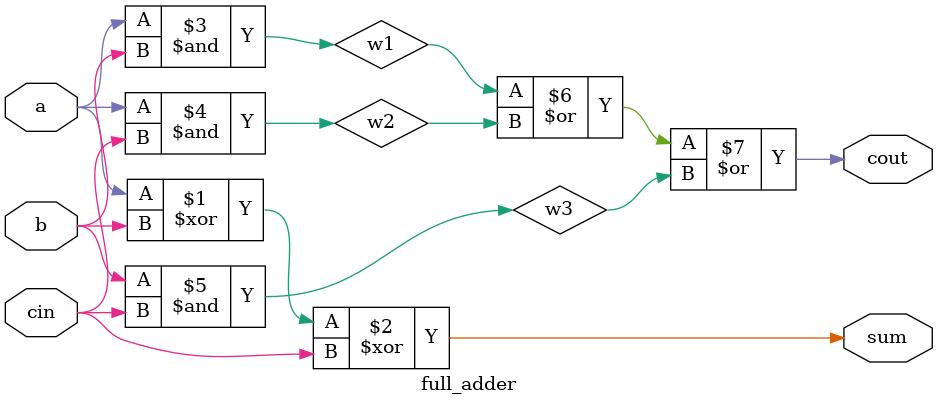
<source format=v>
module full_adder (

input a,b,cin,
output sum,cout
	);

wire w1,w2,w3;

assign sum=a^b^cin;
assign w1=a&b;
assign w2=a&cin;
assign w3=b&cin;
assign cout=w1|w2|w3;


endmodule



</source>
